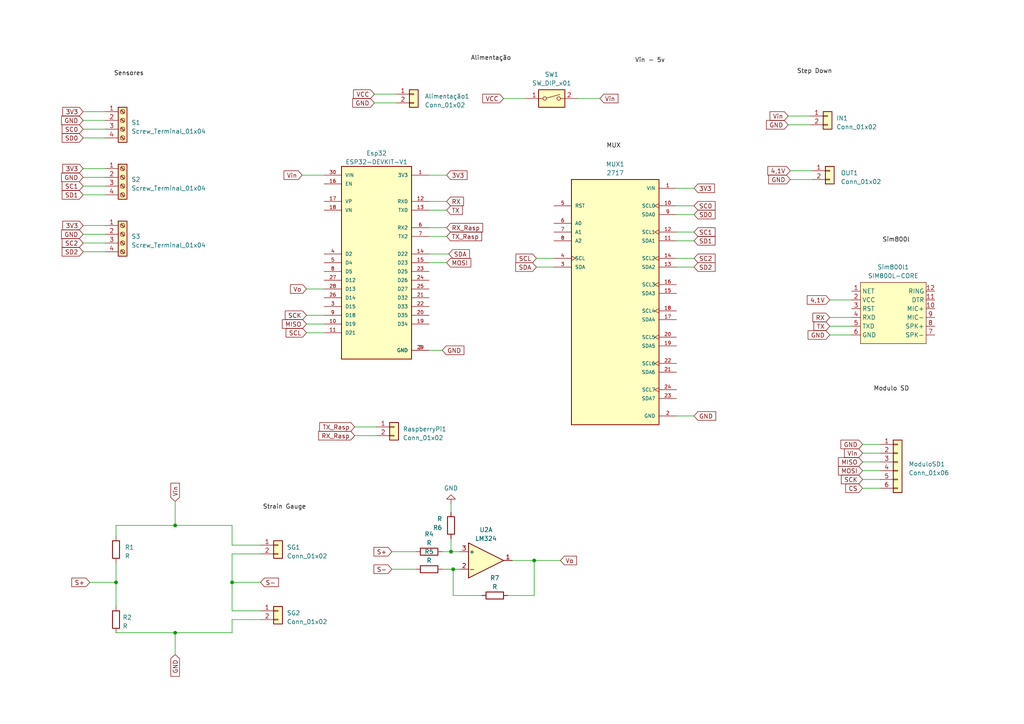
<source format=kicad_sch>
(kicad_sch (version 20230121) (generator eeschema)
  (paper "A4")
  (lib_symbols
    (symbol "Amplifier_Operational:LM324" (pin_names (offset 0.127))
      (property "Reference" "U" (at 0 5.08 0))
      (property "Value" "LM324" (at 0 -5.08 0))
      (symbol "LM324_1_1"
        (polyline (pts (xy -5.08 5.08) (xy 5.08 0) (xy -5.08 -5.08) (xy -5.08 5.08)) (stroke (width 0.254)) (fill (type background)))
        (pin output line (at 7.62 0 180) (length 2.54) (name "~") (number "1"))
        (pin input line (at -7.62 -2.54 0) (length 2.54) (name "-") (number "2"))
        (pin input line (at -7.62 2.54 0) (length 2.54) (name "+") (number "3"))
      )
      (symbol "LM324_2_1"
        (polyline (pts (xy -5.08 5.08) (xy 5.08 0) (xy -5.08 -5.08) (xy -5.08 5.08)) (stroke (width 0.254)) (fill (type background)))
        (pin input line (at -7.62 2.54 0) (length 2.54) (name "+") (number "5"))
        (pin input line (at -7.62 -2.54 0) (length 2.54) (name "-") (number "6"))
        (pin output line (at 7.62 0 180) (length 2.54) (name "~") (number "7"))
      )
      (symbol "LM324_3_1"
        (polyline (pts (xy -5.08 5.08) (xy 5.08 0) (xy -5.08 -5.08) (xy -5.08 5.08)) (stroke (width 0.254)) (fill (type background)))
        (pin input line (at -7.62 2.54 0) (length 2.54) (name "+") (number "10"))
        (pin output line (at 7.62 0 180) (length 2.54) (name "~") (number "8"))
        (pin input line (at -7.62 -2.54 0) (length 2.54) (name "-") (number "9"))
      )
      (symbol "LM324_4_1"
        (polyline (pts (xy -5.08 5.08) (xy 5.08 0) (xy -5.08 -5.08) (xy -5.08 5.08)) (stroke (width 0.254)) (fill (type background)))
        (pin input line (at -7.62 2.54 0) (length 2.54) (name "+") (number "12"))
        (pin input line (at -7.62 -2.54 0) (length 2.54) (name "-") (number "13"))
        (pin output line (at 7.62 0 180) (length 2.54) (name "~") (number "14"))
      )
      (symbol "LM324_5_1"
        (pin power_in line (at -2.54 -7.62 90) (length 3.81) (name "V-") (number "11"))
        (pin power_in line (at -2.54 7.62 270) (length 3.81) (name "V+") (number "4"))
      )
    )
    (symbol "Connector:Screw_Terminal_01x04" (pin_names (offset 1.016) hide)
      (property "Reference" "J" (at 0 5.08 0))
      (property "Value" "Screw_Terminal_01x04" (at 0 -7.62 0))
      (symbol "Screw_Terminal_01x04_1_1"
        (rectangle (start -1.27 3.81) (end 1.27 -6.35) (stroke (width 0.254)) (fill (type background)))
        (circle (center 0 -5.08) (radius 0.635) (stroke (width 0.1524)))
        (circle (center 0 -2.54) (radius 0.635) (stroke (width 0.1524)))
        (polyline (pts (xy -0.5334 -4.7498) (xy 0.3302 -5.588)) (stroke (width 0.1524)))
        (polyline (pts (xy -0.5334 -2.2098) (xy 0.3302 -3.048)) (stroke (width 0.1524)))
        (polyline (pts (xy -0.5334 0.3302) (xy 0.3302 -0.508)) (stroke (width 0.1524)))
        (polyline (pts (xy -0.5334 2.8702) (xy 0.3302 2.032)) (stroke (width 0.1524)))
        (polyline (pts (xy -0.3556 -4.572) (xy 0.508 -5.4102)) (stroke (width 0.1524)))
        (polyline (pts (xy -0.3556 -2.032) (xy 0.508 -2.8702)) (stroke (width 0.1524)))
        (polyline (pts (xy -0.3556 0.508) (xy 0.508 -0.3302)) (stroke (width 0.1524)))
        (polyline (pts (xy -0.3556 3.048) (xy 0.508 2.2098)) (stroke (width 0.1524)))
        (circle (center 0 0) (radius 0.635) (stroke (width 0.1524)))
        (circle (center 0 2.54) (radius 0.635) (stroke (width 0.1524)))
        (pin passive line (at -5.08 2.54 0) (length 3.81) (name "Pin_1") (number "1"))
        (pin passive line (at -5.08 0 0) (length 3.81) (name "Pin_2") (number "2"))
        (pin passive line (at -5.08 -2.54 0) (length 3.81) (name "Pin_3") (number "3"))
        (pin passive line (at -5.08 -5.08 0) (length 3.81) (name "Pin_4") (number "4"))
      )
    )
    (symbol "Connector_Generic:Conn_01x02" (pin_names (offset 1.016) hide)
      (property "Reference" "J" (at 0 2.54 0))
      (property "Value" "Conn_01x02" (at 0 -5.08 0))
      (symbol "Conn_01x02_1_1"
        (rectangle (start -1.27 -2.413) (end 0 -2.667) (stroke (width 0.1524)))
        (rectangle (start -1.27 0.127) (end 0 -0.127) (stroke (width 0.1524)))
        (rectangle (start -1.27 1.27) (end 1.27 -3.81) (stroke (width 0.254)) (fill (type background)))
        (pin passive line (at -5.08 0 0) (length 3.81) (name "Pin_1") (number "1"))
        (pin passive line (at -5.08 -2.54 0) (length 3.81) (name "Pin_2") (number "2"))
      )
    )
    (symbol "Connector_Generic:Conn_01x06" (pin_names (offset 1.016) hide)
      (property "Reference" "J" (at 0 7.62 0))
      (property "Value" "Conn_01x06" (at 0 -10.16 0))
      (symbol "Conn_01x06_1_1"
        (rectangle (start -1.27 -7.493) (end 0 -7.747) (stroke (width 0.1524)))
        (rectangle (start -1.27 -4.953) (end 0 -5.207) (stroke (width 0.1524)))
        (rectangle (start -1.27 -2.413) (end 0 -2.667) (stroke (width 0.1524)))
        (rectangle (start -1.27 0.127) (end 0 -0.127) (stroke (width 0.1524)))
        (rectangle (start -1.27 2.667) (end 0 2.413) (stroke (width 0.1524)))
        (rectangle (start -1.27 5.207) (end 0 4.953) (stroke (width 0.1524)))
        (rectangle (start -1.27 6.35) (end 1.27 -8.89) (stroke (width 0.254)) (fill (type background)))
        (pin passive line (at -5.08 5.08 0) (length 3.81) (name "Pin_1") (number "1"))
        (pin passive line (at -5.08 2.54 0) (length 3.81) (name "Pin_2") (number "2"))
        (pin passive line (at -5.08 0 0) (length 3.81) (name "Pin_3") (number "3"))
        (pin passive line (at -5.08 -2.54 0) (length 3.81) (name "Pin_4") (number "4"))
        (pin passive line (at -5.08 -5.08 0) (length 3.81) (name "Pin_5") (number "5"))
        (pin passive line (at -5.08 -7.62 0) (length 3.81) (name "Pin_6") (number "6"))
      )
    )
    (symbol "Device:R" (pin_numbers hide) (pin_names (offset 0))
      (property "Reference" "R" (at 2.032 0 90))
      (property "Value" "R" (at 0 0 90))
      (symbol "R_0_1"
        (rectangle (start -1.016 -2.54) (end 1.016 2.54) (stroke (width 0.254)))
      )
      (symbol "R_1_1"
        (pin passive line (at 0 3.81 270) (length 1.27) (name "~") (number "1"))
        (pin passive line (at 0 -3.81 90) (length 1.27) (name "~") (number "2"))
      )
    )
    (symbol "ESP32-DEVKIT-V1:ESP32-DEVKIT-V1" (pin_names (offset 1.016))
      (property "Reference" "U" (at -10.16 30.48 0))
      (property "Value" "ESP32-DEVKIT-V1" (at -10.16 -30.48 0))
      (symbol "ESP32-DEVKIT-V1_0_0"
        (rectangle (start -10.16 -27.94) (end 10.16 27.94) (stroke (width 0.254)) (fill (type background)))
        (pin output line (at 15.24 25.4 180) (length 5.08) (name "3V3") (number "1"))
        (pin bidirectional line (at -15.24 -17.78 0) (length 5.08) (name "D19") (number "10"))
        (pin bidirectional line (at -15.24 -20.32 0) (length 5.08) (name "D21") (number "11"))
        (pin input line (at 15.24 17.78 180) (length 5.08) (name "RX0") (number "12"))
        (pin output line (at 15.24 15.24 180) (length 5.08) (name "TX0") (number "13"))
        (pin bidirectional line (at 15.24 2.54 180) (length 5.08) (name "D22") (number "14"))
        (pin bidirectional line (at 15.24 0 180) (length 5.08) (name "D23") (number "15"))
        (pin input line (at -15.24 22.86 0) (length 5.08) (name "EN") (number "16"))
        (pin bidirectional line (at -15.24 17.78 0) (length 5.08) (name "VP") (number "17"))
        (pin bidirectional line (at -15.24 15.24 0) (length 5.08) (name "VN") (number "18"))
        (pin bidirectional line (at 15.24 -17.78 180) (length 5.08) (name "D34") (number "19"))
        (pin power_in line (at 15.24 -25.4 180) (length 5.08) (name "GND") (number "2"))
        (pin bidirectional line (at 15.24 -15.24 180) (length 5.08) (name "D35") (number "20"))
        (pin bidirectional line (at 15.24 -10.16 180) (length 5.08) (name "D32") (number "21"))
        (pin bidirectional line (at 15.24 -12.7 180) (length 5.08) (name "D33") (number "22"))
        (pin bidirectional line (at 15.24 -2.54 180) (length 5.08) (name "D25") (number "23"))
        (pin bidirectional line (at 15.24 -5.08 180) (length 5.08) (name "D26") (number "24"))
        (pin bidirectional line (at 15.24 -7.62 180) (length 5.08) (name "D27") (number "25"))
        (pin bidirectional line (at -15.24 -10.16 0) (length 5.08) (name "D14") (number "26"))
        (pin bidirectional line (at -15.24 -5.08 0) (length 5.08) (name "D12") (number "27"))
        (pin bidirectional line (at -15.24 -7.62 0) (length 5.08) (name "D13") (number "28"))
        (pin power_in line (at 15.24 -25.4 180) (length 5.08) (name "GND") (number "29"))
        (pin bidirectional line (at -15.24 -12.7 0) (length 5.08) (name "D15") (number "3"))
        (pin input line (at -15.24 25.4 0) (length 5.08) (name "VIN") (number "30"))
        (pin bidirectional line (at -15.24 2.54 0) (length 5.08) (name "D2") (number "4"))
        (pin bidirectional line (at -15.24 0 0) (length 5.08) (name "D4") (number "5"))
        (pin input line (at 15.24 10.16 180) (length 5.08) (name "RX2") (number "6"))
        (pin output line (at 15.24 7.62 180) (length 5.08) (name "TX2") (number "7"))
        (pin bidirectional line (at -15.24 -2.54 0) (length 5.08) (name "D5") (number "8"))
        (pin bidirectional line (at -15.24 -15.24 0) (length 5.08) (name "D18") (number "9"))
      )
    )
    (symbol "MUX:2717" (pin_names (offset 1.016))
      (property "Reference" "U" (at -12.7 36.322 0))
      (property "Value" "2717" (at -12.7 -38.1 0))
      (symbol "2717_0_0"
        (rectangle (start -12.7 -35.56) (end 12.7 35.56) (stroke (width 0.254)) (fill (type background)))
        (pin power_in line (at 17.78 33.02 180) (length 5.08) (name "VIN") (number "1"))
        (pin output clock (at 17.78 27.94 180) (length 5.08) (name "SCL0") (number "10"))
        (pin bidirectional line (at 17.78 17.78 180) (length 5.08) (name "SDA1") (number "11"))
        (pin output clock (at 17.78 20.32 180) (length 5.08) (name "SCL1") (number "12"))
        (pin bidirectional line (at 17.78 10.16 180) (length 5.08) (name "SDA2") (number "13"))
        (pin output clock (at 17.78 12.7 180) (length 5.08) (name "SCL2") (number "14"))
        (pin bidirectional line (at 17.78 2.54 180) (length 5.08) (name "SDA3") (number "15"))
        (pin output clock (at 17.78 5.08 180) (length 5.08) (name "SCL3") (number "16"))
        (pin bidirectional line (at 17.78 -5.08 180) (length 5.08) (name "SDA4") (number "17"))
        (pin output clock (at 17.78 -2.54 180) (length 5.08) (name "SCL4") (number "18"))
        (pin bidirectional line (at 17.78 -12.7 180) (length 5.08) (name "SDA5") (number "19"))
        (pin power_in line (at 17.78 -33.02 180) (length 5.08) (name "GND") (number "2"))
        (pin output clock (at 17.78 -10.16 180) (length 5.08) (name "SCL5") (number "20"))
        (pin bidirectional line (at 17.78 -20.32 180) (length 5.08) (name "SDA6") (number "21"))
        (pin output clock (at 17.78 -17.78 180) (length 5.08) (name "SCL6") (number "22"))
        (pin bidirectional line (at 17.78 -27.94 180) (length 5.08) (name "SDA7") (number "23"))
        (pin output clock (at 17.78 -25.4 180) (length 5.08) (name "SCL7") (number "24"))
        (pin bidirectional line (at -17.78 10.16 0) (length 5.08) (name "SDA") (number "3"))
        (pin input clock (at -17.78 12.7 0) (length 5.08) (name "SCL") (number "4"))
        (pin input line (at -17.78 27.94 0) (length 5.08) (name "RST") (number "5"))
        (pin input line (at -17.78 22.86 0) (length 5.08) (name "A0") (number "6"))
        (pin input line (at -17.78 20.32 0) (length 5.08) (name "A1") (number "7"))
        (pin input line (at -17.78 17.78 0) (length 5.08) (name "A2") (number "8"))
        (pin bidirectional line (at 17.78 25.4 180) (length 5.08) (name "SDA0") (number "9"))
      )
    )
    (symbol "Switch:SW_DIP_x01" (pin_names (offset 0) hide)
      (property "Reference" "SW" (at 0 3.81 0))
      (property "Value" "SW_DIP_x01" (at 0 -3.81 0))
      (symbol "SW_DIP_x01_0_0"
        (circle (center -2.032 0) (radius 0.508))
        (polyline (pts (xy -1.524 0.127) (xy 2.3622 1.1684)))
        (circle (center 2.032 0) (radius 0.508))
      )
      (symbol "SW_DIP_x01_0_1"
        (rectangle (start -3.81 2.54) (end 3.81 -2.54) (stroke (width 0.254)) (fill (type background)))
      )
      (symbol "SW_DIP_x01_1_1"
        (pin passive line (at -7.62 0 0) (length 5.08) (name "~") (number "1"))
        (pin passive line (at 7.62 0 180) (length 5.08) (name "~") (number "2"))
      )
    )
    (symbol "power:GND" (power) (pin_names (offset 0))
      (property "Value" "GND" (at 0 -3.81 0))
      (symbol "GND_0_1"
        (polyline (pts (xy 0 0) (xy 0 -1.27) (xy 1.27 -1.27) (xy 0 -2.54) (xy -1.27 -1.27) (xy 0 -1.27)))
      )
      (symbol "GND_1_1"
        (pin power_in line (at 0 0 270) (length 0) hide (name "GND") (number "1"))
      )
    )
    (symbol "sim800l-core:SIM800L-CORE"
      (property "Reference" "U" (at -7.62 8.89 0))
      (property "Value" "SIM800L-CORE" (at 0 -12.7 0))
      (symbol "SIM800L-CORE_0_1"
        (rectangle (start -8.89 7.62) (end 10.16 -10.16) (stroke (width 0.1524)) (fill (type background)))
      )
      (symbol "SIM800L-CORE_1_1"
        (pin bidirectional line (at -11.43 5.08 0) (length 2.54) (name "NET") (number "1"))
        (pin output line (at 12.7 0 180) (length 2.54) (name "MIC+") (number "10"))
        (pin passive line (at 12.7 2.54 180) (length 2.54) (name "DTR") (number "11"))
        (pin output line (at 12.7 5.08 180) (length 2.54) (name "RING") (number "12"))
        (pin power_in line (at -11.43 2.54 0) (length 2.54) (name "VCC") (number "2"))
        (pin input line (at -11.43 0 0) (length 2.54) (name "RST") (number "3"))
        (pin input line (at -11.43 -2.54 0) (length 2.54) (name "RXD") (number "4"))
        (pin output line (at -11.43 -5.08 0) (length 2.54) (name "TXD") (number "5"))
        (pin power_in line (at -11.43 -7.62 0) (length 2.54) (name "GND") (number "6"))
        (pin output line (at 12.7 -7.62 180) (length 2.54) (name "SPK-") (number "7"))
        (pin output line (at 12.7 -5.08 180) (length 2.54) (name "SPK+") (number "8"))
        (pin output line (at 12.7 -2.54 180) (length 2.54) (name "MIC-") (number "9"))
      )
    )
  )
  (junction (at 130.81 160.02))
  (junction (at 67.31 168.91))
  (junction (at 50.8 183.515))
  (junction (at 50.8 152.4))
  (junction (at 154.94 162.56))
  (junction (at 131.445 165.1))
  (junction (at 33.655 168.91))
  (wire (pts (xy 24.13 48.895) (xy 30.48 48.895)))
  (wire (pts (xy 113.665 160.02) (xy 120.65 160.02)))
  (wire (pts (xy 130.81 156.21) (xy 130.81 160.02)))
  (wire (pts (xy 240.665 94.615) (xy 247.015 94.615)))
  (wire (pts (xy 240.665 86.995) (xy 247.015 86.995)))
  (wire (pts (xy 250.19 131.445) (xy 255.27 131.445)))
  (wire (pts (xy 128.27 160.02) (xy 130.81 160.02)))
  (wire (pts (xy 75.565 177.165) (xy 67.31 177.165)))
  (wire (pts (xy 147.32 172.72) (xy 154.94 172.72)))
  (wire (pts (xy 102.87 123.825) (xy 109.22 123.825)))
  (wire (pts (xy 173.99 28.575) (xy 167.64 28.575)))
  (wire (pts (xy 148.59 162.56) (xy 154.94 162.56)))
  (wire (pts (xy 196.215 59.69) (xy 201.295 59.69)))
  (wire (pts (xy 50.8 183.515) (xy 50.8 189.865)))
  (wire (pts (xy 196.215 120.65) (xy 201.295 120.65)))
  (wire (pts (xy 124.46 66.04) (xy 129.54 66.04)))
  (wire (pts (xy 250.19 139.065) (xy 255.27 139.065)))
  (wire (pts (xy 229.235 52.07) (xy 235.585 52.07)))
  (wire (pts (xy 160.655 74.93) (xy 155.575 74.93)))
  (wire (pts (xy 124.46 58.42) (xy 129.54 58.42)))
  (wire (pts (xy 228.6 33.655) (xy 234.95 33.655)))
  (wire (pts (xy 24.13 51.435) (xy 30.48 51.435)))
  (wire (pts (xy 160.655 77.47) (xy 155.575 77.47)))
  (wire (pts (xy 50.8 152.4) (xy 33.655 152.4)))
  (wire (pts (xy 124.46 60.96) (xy 129.54 60.96)))
  (wire (pts (xy 129.54 76.2) (xy 124.46 76.2)))
  (wire (pts (xy 250.19 141.605) (xy 255.27 141.605)))
  (wire (pts (xy 124.46 73.66) (xy 130.175 73.66)))
  (wire (pts (xy 196.215 77.47) (xy 201.295 77.47)))
  (wire (pts (xy 24.13 73.025) (xy 30.48 73.025)))
  (wire (pts (xy 24.13 37.465) (xy 30.48 37.465)))
  (wire (pts (xy 88.9 91.44) (xy 93.98 91.44)))
  (wire (pts (xy 87.63 50.8) (xy 93.98 50.8)))
  (wire (pts (xy 113.665 165.1) (xy 120.65 165.1)))
  (wire (pts (xy 88.9 83.82) (xy 93.98 83.82)))
  (wire (pts (xy 102.87 126.365) (xy 109.22 126.365)))
  (wire (pts (xy 24.13 56.515) (xy 30.48 56.515)))
  (wire (pts (xy 240.665 92.075) (xy 247.015 92.075)))
  (wire (pts (xy 108.585 27.305) (xy 114.935 27.305)))
  (wire (pts (xy 196.215 54.61) (xy 201.295 54.61)))
  (wire (pts (xy 130.81 160.02) (xy 133.35 160.02)))
  (wire (pts (xy 130.81 148.59) (xy 130.81 146.05)))
  (wire (pts (xy 196.215 62.23) (xy 201.295 62.23)))
  (wire (pts (xy 229.235 49.53) (xy 235.585 49.53)))
  (wire (pts (xy 33.655 163.195) (xy 33.655 168.91)))
  (wire (pts (xy 88.9 93.98) (xy 93.98 93.98)))
  (wire (pts (xy 196.215 74.93) (xy 201.295 74.93)))
  (wire (pts (xy 26.035 168.91) (xy 33.655 168.91)))
  (wire (pts (xy 124.46 68.58) (xy 129.54 68.58)))
  (wire (pts (xy 24.13 53.975) (xy 30.48 53.975)))
  (wire (pts (xy 67.31 168.91) (xy 67.31 177.165)))
  (wire (pts (xy 250.19 128.905) (xy 255.27 128.905)))
  (wire (pts (xy 24.13 32.385) (xy 30.48 32.385)))
  (wire (pts (xy 33.655 183.515) (xy 50.8 183.515)))
  (wire (pts (xy 196.215 69.85) (xy 201.295 69.85)))
  (wire (pts (xy 124.46 101.6) (xy 128.27 101.6)))
  (wire (pts (xy 108.585 29.845) (xy 114.935 29.845)))
  (wire (pts (xy 196.215 67.31) (xy 201.295 67.31)))
  (wire (pts (xy 154.94 172.72) (xy 154.94 162.56)))
  (wire (pts (xy 67.31 160.655) (xy 75.565 160.655)))
  (wire (pts (xy 124.46 50.8) (xy 129.54 50.8)))
  (wire (pts (xy 154.94 162.56) (xy 162.56 162.56)))
  (wire (pts (xy 24.13 67.945) (xy 30.48 67.945)))
  (wire (pts (xy 139.7 172.72) (xy 131.445 172.72)))
  (wire (pts (xy 67.31 160.655) (xy 67.31 168.91)))
  (wire (pts (xy 228.6 36.195) (xy 234.95 36.195)))
  (wire (pts (xy 146.05 28.575) (xy 152.4 28.575)))
  (wire (pts (xy 128.27 165.1) (xy 131.445 165.1)))
  (wire (pts (xy 131.445 172.72) (xy 131.445 165.1)))
  (wire (pts (xy 24.13 65.405) (xy 30.48 65.405)))
  (wire (pts (xy 33.655 168.91) (xy 33.655 175.895)))
  (wire (pts (xy 50.8 183.515) (xy 67.31 183.515)))
  (wire (pts (xy 250.19 133.985) (xy 255.27 133.985)))
  (wire (pts (xy 24.13 40.005) (xy 30.48 40.005)))
  (wire (pts (xy 24.13 70.485) (xy 30.48 70.485)))
  (wire (pts (xy 250.19 136.525) (xy 255.27 136.525)))
  (wire (pts (xy 67.31 168.91) (xy 75.565 168.91)))
  (wire (pts (xy 50.8 145.415) (xy 50.8 152.4)))
  (wire (pts (xy 67.31 158.115) (xy 75.565 158.115)))
  (wire (pts (xy 67.31 158.115) (xy 67.31 152.4)))
  (wire (pts (xy 88.9 96.52) (xy 93.98 96.52)))
  (wire (pts (xy 240.665 97.155) (xy 247.015 97.155)))
  (wire (pts (xy 33.655 152.4) (xy 33.655 155.575)))
  (wire (pts (xy 131.445 165.1) (xy 133.35 165.1)))
  (wire (pts (xy 75.565 179.705) (xy 67.31 179.705)))
  (wire (pts (xy 67.31 179.705) (xy 67.31 183.515)))
  (wire (pts (xy 67.31 152.4) (xy 50.8 152.4)))
  (wire (pts (xy 24.13 34.925) (xy 30.48 34.925)))
  (label "Modulo SD" (at 253.365 113.665 0))
  (label "Alimentação" (at 136.525 17.78 0))
  (label "Step Down" (at 231.14 21.59 0))
  (label "MUX" (at 175.895 43.18 0))
  (label "Sim800l" (at 255.905 70.485 0))
  (label "Sensores" (at 33.02 22.225 0))
  (label "Strain Gauge" (at 76.2 147.955 0))
  (label "Vin - 5v" (at 184.15 18.415 0))
  (global_label "GND" (shape input) (at 240.665 97.155 180) (property "Intersheetrefs" "${INTERSHEET_REFS}" (effects hide)))
  (global_label "SD0" (shape input) (at 24.13 40.005 180) (property "Intersheetrefs" "${INTERSHEET_REFS}" (effects hide)))
  (global_label "Vin" (shape input) (at 87.63 50.8 180) (property "Intersheetrefs" "${INTERSHEET_REFS}" (effects hide)))
  (global_label "MISO" (shape input) (at 88.9 93.98 180) (property "Intersheetrefs" "${INTERSHEET_REFS}" (effects hide)))
  (global_label "SCL" (shape input) (at 88.9 96.52 180) (property "Intersheetrefs" "${INTERSHEET_REFS}" (effects hide)))
  (global_label "SC1" (shape input) (at 201.295 67.31 0) (property "Intersheetrefs" "${INTERSHEET_REFS}" (effects hide)))
  (global_label "SDA" (shape input) (at 155.575 77.47 180) (property "Intersheetrefs" "${INTERSHEET_REFS}" (effects hide)))
  (global_label "TX_Rasp" (shape input) (at 102.87 123.825 180) (property "Intersheetrefs" "${INTERSHEET_REFS}" (effects hide)))
  (global_label "Vo" (shape input) (at 162.56 162.56 0) (property "Intersheetrefs" "${INTERSHEET_REFS}" (effects hide)))
  (global_label "SD0" (shape input) (at 201.295 62.23 0) (property "Intersheetrefs" "${INTERSHEET_REFS}" (effects hide)))
  (global_label "TX_Rasp" (shape input) (at 129.54 68.58 0) (property "Intersheetrefs" "${INTERSHEET_REFS}" (effects hide)))
  (global_label "VCC" (shape input) (at 146.05 28.575 180) (property "Intersheetrefs" "${INTERSHEET_REFS}" (effects hide)))
  (global_label "SCL" (shape input) (at 155.575 74.93 180) (property "Intersheetrefs" "${INTERSHEET_REFS}" (effects hide)))
  (global_label "SC0" (shape input) (at 24.13 37.465 180) (property "Intersheetrefs" "${INTERSHEET_REFS}" (effects hide)))
  (global_label "Vin" (shape input) (at 173.99 28.575 0) (property "Intersheetrefs" "${INTERSHEET_REFS}" (effects hide)))
  (global_label "GND" (shape input) (at 50.8 189.865 270) (property "Intersheetrefs" "${INTERSHEET_REFS}" (effects hide)))
  (global_label "3V3" (shape input) (at 24.13 65.405 180) (property "Intersheetrefs" "${INTERSHEET_REFS}" (effects hide)))
  (global_label "SCK" (shape input) (at 250.19 139.065 180) (property "Intersheetrefs" "${INTERSHEET_REFS}" (effects hide)))
  (global_label "Vin" (shape input) (at 250.19 131.445 180) (property "Intersheetrefs" "${INTERSHEET_REFS}" (effects hide)))
  (global_label "Vo" (shape input) (at 88.9 83.82 180) (property "Intersheetrefs" "${INTERSHEET_REFS}" (effects hide)))
  (global_label "S-" (shape input) (at 113.665 165.1 180) (property "Intersheetrefs" "${INTERSHEET_REFS}" (effects hide)))
  (global_label "SDA" (shape input) (at 130.175 73.66 0) (property "Intersheetrefs" "${INTERSHEET_REFS}" (effects hide)))
  (global_label "SD1" (shape input) (at 24.13 56.515 180) (property "Intersheetrefs" "${INTERSHEET_REFS}" (effects hide)))
  (global_label "4,1V" (shape input) (at 240.665 86.995 180) (property "Intersheetrefs" "${INTERSHEET_REFS}" (effects hide)))
  (global_label "GND" (shape input) (at 24.13 51.435 180) (property "Intersheetrefs" "${INTERSHEET_REFS}" (effects hide)))
  (global_label "SD1" (shape input) (at 201.295 69.85 0) (property "Intersheetrefs" "${INTERSHEET_REFS}" (effects hide)))
  (global_label "3V3" (shape input) (at 201.295 54.61 0) (property "Intersheetrefs" "${INTERSHEET_REFS}" (effects hide)))
  (global_label "3V3" (shape input) (at 24.13 48.895 180) (property "Intersheetrefs" "${INTERSHEET_REFS}" (effects hide)))
  (global_label "CS" (shape input) (at 250.19 141.605 180) (property "Intersheetrefs" "${INTERSHEET_REFS}" (effects hide)))
  (global_label "3V3" (shape input) (at 129.54 50.8 0) (property "Intersheetrefs" "${INTERSHEET_REFS}" (effects hide)))
  (global_label "Vin" (shape input) (at 228.6 33.655 180) (property "Intersheetrefs" "${INTERSHEET_REFS}" (effects hide)))
  (global_label "GND" (shape input) (at 24.13 67.945 180) (property "Intersheetrefs" "${INTERSHEET_REFS}" (effects hide)))
  (global_label "RX_Rasp" (shape input) (at 129.54 66.04 0) (property "Intersheetrefs" "${INTERSHEET_REFS}" (effects hide)))
  (global_label "SC1" (shape input) (at 24.13 53.975 180) (property "Intersheetrefs" "${INTERSHEET_REFS}" (effects hide)))
  (global_label "3V3" (shape input) (at 24.13 32.385 180) (property "Intersheetrefs" "${INTERSHEET_REFS}" (effects hide)))
  (global_label "GND" (shape input) (at 128.27 101.6 0) (property "Intersheetrefs" "${INTERSHEET_REFS}" (effects hide)))
  (global_label "SD2" (shape input) (at 201.295 77.47 0) (property "Intersheetrefs" "${INTERSHEET_REFS}" (effects hide)))
  (global_label "S+" (shape input) (at 113.665 160.02 180) (property "Intersheetrefs" "${INTERSHEET_REFS}" (effects hide)))
  (global_label "GND" (shape input) (at 228.6 36.195 180) (property "Intersheetrefs" "${INTERSHEET_REFS}" (effects hide)))
  (global_label "SCK" (shape input) (at 88.9 91.44 180) (property "Intersheetrefs" "${INTERSHEET_REFS}" (effects hide)))
  (global_label "SC0" (shape input) (at 201.295 59.69 0) (property "Intersheetrefs" "${INTERSHEET_REFS}" (effects hide)))
  (global_label "TX" (shape input) (at 129.54 60.96 0) (property "Intersheetrefs" "${INTERSHEET_REFS}" (effects hide)))
  (global_label "TX" (shape input) (at 240.665 94.615 180) (property "Intersheetrefs" "${INTERSHEET_REFS}" (effects hide)))
  (global_label "GND" (shape input) (at 201.295 120.65 0) (property "Intersheetrefs" "${INTERSHEET_REFS}" (effects hide)))
  (global_label "MISO" (shape input) (at 250.19 133.985 180) (property "Intersheetrefs" "${INTERSHEET_REFS}" (effects hide)))
  (global_label "GND" (shape input) (at 250.19 128.905 180) (property "Intersheetrefs" "${INTERSHEET_REFS}" (effects hide)))
  (global_label "RX" (shape input) (at 240.665 92.075 180) (property "Intersheetrefs" "${INTERSHEET_REFS}" (effects hide)))
  (global_label "GND" (shape input) (at 24.13 34.925 180) (property "Intersheetrefs" "${INTERSHEET_REFS}" (effects hide)))
  (global_label "GND" (shape input) (at 108.585 29.845 180) (property "Intersheetrefs" "${INTERSHEET_REFS}" (effects hide)))
  (global_label "S+" (shape input) (at 26.035 168.91 180) (property "Intersheetrefs" "${INTERSHEET_REFS}" (effects hide)))
  (global_label "RX" (shape input) (at 129.54 58.42 0) (property "Intersheetrefs" "${INTERSHEET_REFS}" (effects hide)))
  (global_label "SD2" (shape input) (at 24.13 73.025 180) (property "Intersheetrefs" "${INTERSHEET_REFS}" (effects hide)))
  (global_label "Vin" (shape input) (at 50.8 145.415 90) (property "Intersheetrefs" "${INTERSHEET_REFS}" (effects hide)))
  (global_label "GND" (shape input) (at 229.235 52.07 180) (property "Intersheetrefs" "${INTERSHEET_REFS}" (effects hide)))
  (global_label "SC2" (shape input) (at 24.13 70.485 180) (property "Intersheetrefs" "${INTERSHEET_REFS}" (effects hide)))
  (global_label "RX_Rasp" (shape input) (at 102.87 126.365 180) (property "Intersheetrefs" "${INTERSHEET_REFS}" (effects hide)))
  (global_label "S-" (shape input) (at 75.565 168.91 0) (property "Intersheetrefs" "${INTERSHEET_REFS}" (effects hide)))
  (global_label "4,1V" (shape input) (at 229.235 49.53 180) (property "Intersheetrefs" "${INTERSHEET_REFS}" (effects hide)))
  (global_label "MOSI" (shape input) (at 250.19 136.525 180) (property "Intersheetrefs" "${INTERSHEET_REFS}" (effects hide)))
  (global_label "MOSI" (shape input) (at 129.54 76.2 0) (property "Intersheetrefs" "${INTERSHEET_REFS}" (effects hide)))
  (global_label "SC2" (shape input) (at 201.295 74.93 0) (property "Intersheetrefs" "${INTERSHEET_REFS}" (effects hide)))
  (global_label "VCC" (shape input) (at 108.585 27.305 180) (property "Intersheetrefs" "${INTERSHEET_REFS}" (effects hide)))
  (symbol (lib_id "Connector_Generic:Conn_01x06") (at 260.35 133.985 0) (unit 1)
    (property "Reference" "ModuloSD1" (at 263.525 134.62 0) (effects (justify left)))
    (property "Value" "Conn_01x06" (at 263.525 137.16 0) (effects (justify left)))
    (property "Footprint" "Connector_PinHeader_2.54mm:PinHeader_1x06_P2.54mm_Vertical" (effects hide))
  )
  (symbol (lib_id "Connector:Screw_Terminal_01x04") (at 35.56 51.435 0) (unit 1)
    (property "Reference" "S2" (at 38.1 52.07 0) (effects (justify left)))
    (property "Value" "Screw_Terminal_01x04" (at 38.1 54.61 0) (effects (justify left)))
    (property "Footprint" "TerminalBlock_4Ucon:TerminalBlock_4Ucon_1x04_P3.50mm_Horizontal" (effects hide))
  )
  (symbol (lib_id "Connector_Generic:Conn_01x02") (at 240.665 49.53 0) (unit 1)
    (property "Reference" "OUT1" (at 243.84 50.165 0) (effects (justify left)))
    (property "Value" "Conn_01x02" (at 243.84 52.705 0) (effects (justify left)))
    (property "Footprint" "TerminalBlock_4Ucon:TerminalBlock_4Ucon_1x02_P3.50mm_Horizontal" (effects hide))
  )
  (symbol (lib_id "Connector_Generic:Conn_01x02") (at 80.645 177.165 0) (unit 1)
    (property "Reference" "SG2" (at 83.185 177.8 0) (effects (justify left)))
    (property "Value" "Conn_01x02" (at 83.185 180.34 0) (effects (justify left)))
    (property "Footprint" "TerminalBlock_4Ucon:TerminalBlock_4Ucon_1x02_P3.50mm_Horizontal" (effects hide))
  )
  (symbol (lib_id "Device:R") (at 124.46 160.02 90) (unit 1)
    (property "Reference" "R4" (at 124.46 154.94 90))
    (property "Value" "R" (at 124.46 157.48 90))
    (property "Footprint" "Resistor_THT:R_Axial_DIN0207_L6.3mm_D2.5mm_P10.16mm_Horizontal" (effects hide))
  )
  (symbol (lib_id "Connector_Generic:Conn_01x02") (at 114.3 123.825 0) (unit 1)
    (property "Reference" "RaspberryPi1" (at 116.84 124.46 0) (effects (justify left)))
    (property "Value" "Conn_01x02" (at 116.84 127 0) (effects (justify left)))
    (property "Footprint" "TerminalBlock_4Ucon:TerminalBlock_4Ucon_1x02_P3.50mm_Horizontal" (effects hide))
  )
  (symbol (lib_id "Device:R") (at 124.46 165.1 90) (unit 1)
    (property "Reference" "R5" (at 124.46 160.02 90))
    (property "Value" "R" (at 124.46 162.56 90))
    (property "Footprint" "Resistor_THT:R_Axial_DIN0207_L6.3mm_D2.5mm_P10.16mm_Horizontal" (effects hide))
  )
  (symbol (lib_id "Device:R") (at 33.655 179.705 0) (unit 1)
    (property "Reference" "R2" (at 35.56 179.07 0) (effects (justify left)))
    (property "Value" "R" (at 35.56 181.61 0) (effects (justify left)))
    (property "Footprint" "Resistor_THT:R_Axial_DIN0207_L6.3mm_D2.5mm_P10.16mm_Horizontal" (effects hide))
  )
  (symbol (lib_id "Device:R") (at 130.81 152.4 180) (unit 1)
    (property "Reference" "R6" (at 128.27 153.035 0) (effects (justify left)))
    (property "Value" "R" (at 128.27 150.495 0) (effects (justify left)))
    (property "Footprint" "Resistor_THT:R_Axial_DIN0207_L6.3mm_D2.5mm_P10.16mm_Horizontal" (effects hide))
  )
  (symbol (lib_id "Connector:Screw_Terminal_01x04") (at 35.56 67.945 0) (unit 1)
    (property "Reference" "S3" (at 38.1 68.58 0) (effects (justify left)))
    (property "Value" "Screw_Terminal_01x04" (at 38.1 71.12 0) (effects (justify left)))
    (property "Footprint" "TerminalBlock_4Ucon:TerminalBlock_4Ucon_1x04_P3.50mm_Horizontal" (effects hide))
  )
  (symbol (lib_id "power:GND") (at 130.81 146.05 180) (unit 1)
    (property "Reference" "#PWR01" (effects hide))
    (property "Value" "GND" (at 130.81 141.605 0))
  )
  (symbol (lib_id "Device:R") (at 33.655 159.385 0) (unit 1)
    (property "Reference" "R1" (at 36.195 158.75 0) (effects (justify left)))
    (property "Value" "R" (at 36.195 161.29 0) (effects (justify left)))
    (property "Footprint" "Resistor_THT:R_Axial_DIN0207_L6.3mm_D2.5mm_P10.16mm_Horizontal" (effects hide))
  )
  (symbol (lib_id "Connector:Screw_Terminal_01x04") (at 35.56 34.925 0) (unit 1)
    (property "Reference" "S1" (at 38.1 35.56 0) (effects (justify left)))
    (property "Value" "Screw_Terminal_01x04" (at 38.1 38.1 0) (effects (justify left)))
    (property "Footprint" "TerminalBlock_4Ucon:TerminalBlock_4Ucon_1x04_P3.50mm_Horizontal" (effects hide))
  )
  (symbol (lib_id "MUX:2717") (at 178.435 87.63 0) (unit 1)
    (property "Reference" "MUX1" (at 178.435 47.625 0))
    (property "Value" "2717" (at 178.435 50.165 0))
    (property "Footprint" "MUX:MODULE_2717" (effects hide))
    (property "PARTREV" "Sep 11, 2015" (effects hide))
    (property "SNAPEDA_PN" "2717" (effects hide))
    (property "MANUFACTURER" "Adafruit" (effects hide))
    (property "MAXIMUM_PACKAGE_HEIGHT" "2.7mm" (effects hide))
    (property "STANDARD" "Manufacturer Recommendations" (effects hide))
  )
  (symbol (lib_id "Device:R") (at 143.51 172.72 90) (unit 1)
    (property "Reference" "R7" (at 143.51 167.64 90))
    (property "Value" "R" (at 143.51 170.18 90))
    (property "Footprint" "Resistor_THT:R_Axial_DIN0207_L6.3mm_D2.5mm_P10.16mm_Horizontal" (effects hide))
  )
  (symbol (lib_id "Amplifier_Operational:LM324") (at 140.97 162.56 0) (unit 1)
    (property "Reference" "U2" (at 140.97 153.67 0))
    (property "Value" "LM324" (at 140.97 156.21 0))
    (property "Footprint" "Package_DIP:DIP-14_W7.62mm" (effects hide))
    (property "Datasheet" "http://www.ti.com/lit/ds/symlink/lm2902-n.pdf" (effects hide))
  )
  (symbol (lib_id "Switch:SW_DIP_x01") (at 160.02 28.575 0) (unit 1)
    (property "Reference" "SW1" (at 160.02 21.59 0))
    (property "Value" "SW_DIP_x01" (at 160.02 24.13 0))
    (property "Footprint" "Button_Switch_THT:SW_Slide_1P2T_CK_OS102011MS2Q" (effects hide))
  )
  (symbol (lib_id "ESP32-DEVKIT-V1:ESP32-DEVKIT-V1") (at 109.22 76.2 0) (unit 1)
    (property "Reference" "Esp32" (at 109.22 44.45 0))
    (property "Value" "ESP32-DEVKIT-V1" (at 109.22 46.99 0))
    (property "Footprint" "ESP32-DEVKIT-V1:MODULE_ESP32_DEVKIT_V1" (effects hide))
    (property "PARTREV" "N/A" (effects hide))
    (property "STANDARD" "Manufacturer Recommendations" (effects hide))
    (property "MAXIMUM_PACKAGE_HEIGHT" "6.8 mm" (effects hide))
    (property "MANUFACTURER" "DOIT" (effects hide))
  )
  (symbol (lib_id "Connector_Generic:Conn_01x02") (at 120.015 27.305 0) (unit 1)
    (property "Reference" "Alimentação1" (at 123.19 27.94 0) (effects (justify left)))
    (property "Value" "Conn_01x02" (at 123.19 30.48 0) (effects (justify left)))
    (property "Footprint" "TerminalBlock_4Ucon:TerminalBlock_4Ucon_1x02_P3.50mm_Horizontal" (effects hide))
  )
  (symbol (lib_id "Connector_Generic:Conn_01x02") (at 240.03 33.655 0) (unit 1)
    (property "Reference" "IN1" (at 242.57 34.29 0) (effects (justify left)))
    (property "Value" "Conn_01x02" (at 242.57 36.83 0) (effects (justify left)))
    (property "Footprint" "TerminalBlock_4Ucon:TerminalBlock_4Ucon_1x02_P3.50mm_Horizontal" (effects hide))
  )
  (symbol (lib_id "sim800l-core:SIM800L-CORE") (at 258.445 89.535 0) (unit 1)
    (property "Reference" "Sim800l1" (at 259.08 77.47 0))
    (property "Value" "SIM800L-CORE" (at 259.08 80.01 0))
    (property "Footprint" "SIM800L-Core-Module-KiCad-Footprint-main:SIM800L-CORE" (effects hide))
  )
  (symbol (lib_id "Connector_Generic:Conn_01x02") (at 80.645 158.115 0) (unit 1)
    (property "Reference" "SG1" (at 83.185 158.75 0) (effects (justify left)))
    (property "Value" "Conn_01x02" (at 83.185 161.29 0) (effects (justify left)))
    (property "Footprint" "TerminalBlock_4Ucon:TerminalBlock_4Ucon_1x02_P3.50mm_Horizontal" (effects hide))
  )
)
</source>
